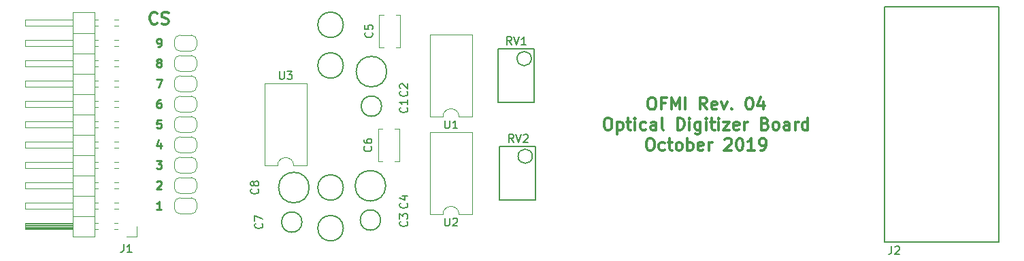
<source format=gbr>
G04 #@! TF.GenerationSoftware,KiCad,Pcbnew,(5.1.2)-1*
G04 #@! TF.CreationDate,2019-11-05T15:06:19-06:00*
G04 #@! TF.ProjectId,optical_digitizer,6f707469-6361-46c5-9f64-69676974697a,rev?*
G04 #@! TF.SameCoordinates,Original*
G04 #@! TF.FileFunction,Legend,Top*
G04 #@! TF.FilePolarity,Positive*
%FSLAX46Y46*%
G04 Gerber Fmt 4.6, Leading zero omitted, Abs format (unit mm)*
G04 Created by KiCad (PCBNEW (5.1.2)-1) date 2019-11-05 15:06:19*
%MOMM*%
%LPD*%
G04 APERTURE LIST*
%ADD10C,0.300000*%
%ADD11C,0.254000*%
%ADD12C,0.150000*%
%ADD13C,0.120000*%
%ADD14C,0.200000*%
%ADD15C,0.149860*%
G04 APERTURE END LIST*
D10*
X148047142Y-132518571D02*
X148332857Y-132518571D01*
X148475714Y-132590000D01*
X148618571Y-132732857D01*
X148690000Y-133018571D01*
X148690000Y-133518571D01*
X148618571Y-133804285D01*
X148475714Y-133947142D01*
X148332857Y-134018571D01*
X148047142Y-134018571D01*
X147904285Y-133947142D01*
X147761428Y-133804285D01*
X147690000Y-133518571D01*
X147690000Y-133018571D01*
X147761428Y-132732857D01*
X147904285Y-132590000D01*
X148047142Y-132518571D01*
X149832857Y-133232857D02*
X149332857Y-133232857D01*
X149332857Y-134018571D02*
X149332857Y-132518571D01*
X150047142Y-132518571D01*
X150618571Y-134018571D02*
X150618571Y-132518571D01*
X151118571Y-133590000D01*
X151618571Y-132518571D01*
X151618571Y-134018571D01*
X152332857Y-134018571D02*
X152332857Y-132518571D01*
X155047142Y-134018571D02*
X154547142Y-133304285D01*
X154190000Y-134018571D02*
X154190000Y-132518571D01*
X154761428Y-132518571D01*
X154904285Y-132590000D01*
X154975714Y-132661428D01*
X155047142Y-132804285D01*
X155047142Y-133018571D01*
X154975714Y-133161428D01*
X154904285Y-133232857D01*
X154761428Y-133304285D01*
X154190000Y-133304285D01*
X156261428Y-133947142D02*
X156118571Y-134018571D01*
X155832857Y-134018571D01*
X155690000Y-133947142D01*
X155618571Y-133804285D01*
X155618571Y-133232857D01*
X155690000Y-133090000D01*
X155832857Y-133018571D01*
X156118571Y-133018571D01*
X156261428Y-133090000D01*
X156332857Y-133232857D01*
X156332857Y-133375714D01*
X155618571Y-133518571D01*
X156832857Y-133018571D02*
X157190000Y-134018571D01*
X157547142Y-133018571D01*
X158118571Y-133875714D02*
X158190000Y-133947142D01*
X158118571Y-134018571D01*
X158047142Y-133947142D01*
X158118571Y-133875714D01*
X158118571Y-134018571D01*
X160261428Y-132518571D02*
X160404285Y-132518571D01*
X160547142Y-132590000D01*
X160618571Y-132661428D01*
X160690000Y-132804285D01*
X160761428Y-133090000D01*
X160761428Y-133447142D01*
X160690000Y-133732857D01*
X160618571Y-133875714D01*
X160547142Y-133947142D01*
X160404285Y-134018571D01*
X160261428Y-134018571D01*
X160118571Y-133947142D01*
X160047142Y-133875714D01*
X159975714Y-133732857D01*
X159904285Y-133447142D01*
X159904285Y-133090000D01*
X159975714Y-132804285D01*
X160047142Y-132661428D01*
X160118571Y-132590000D01*
X160261428Y-132518571D01*
X162047142Y-133018571D02*
X162047142Y-134018571D01*
X161690000Y-132447142D02*
X161332857Y-133518571D01*
X162261428Y-133518571D01*
X142582857Y-135068571D02*
X142868571Y-135068571D01*
X143011428Y-135140000D01*
X143154285Y-135282857D01*
X143225714Y-135568571D01*
X143225714Y-136068571D01*
X143154285Y-136354285D01*
X143011428Y-136497142D01*
X142868571Y-136568571D01*
X142582857Y-136568571D01*
X142440000Y-136497142D01*
X142297142Y-136354285D01*
X142225714Y-136068571D01*
X142225714Y-135568571D01*
X142297142Y-135282857D01*
X142440000Y-135140000D01*
X142582857Y-135068571D01*
X143868571Y-135568571D02*
X143868571Y-137068571D01*
X143868571Y-135640000D02*
X144011428Y-135568571D01*
X144297142Y-135568571D01*
X144440000Y-135640000D01*
X144511428Y-135711428D01*
X144582857Y-135854285D01*
X144582857Y-136282857D01*
X144511428Y-136425714D01*
X144440000Y-136497142D01*
X144297142Y-136568571D01*
X144011428Y-136568571D01*
X143868571Y-136497142D01*
X145011428Y-135568571D02*
X145582857Y-135568571D01*
X145225714Y-135068571D02*
X145225714Y-136354285D01*
X145297142Y-136497142D01*
X145440000Y-136568571D01*
X145582857Y-136568571D01*
X146082857Y-136568571D02*
X146082857Y-135568571D01*
X146082857Y-135068571D02*
X146011428Y-135140000D01*
X146082857Y-135211428D01*
X146154285Y-135140000D01*
X146082857Y-135068571D01*
X146082857Y-135211428D01*
X147440000Y-136497142D02*
X147297142Y-136568571D01*
X147011428Y-136568571D01*
X146868571Y-136497142D01*
X146797142Y-136425714D01*
X146725714Y-136282857D01*
X146725714Y-135854285D01*
X146797142Y-135711428D01*
X146868571Y-135640000D01*
X147011428Y-135568571D01*
X147297142Y-135568571D01*
X147440000Y-135640000D01*
X148725714Y-136568571D02*
X148725714Y-135782857D01*
X148654285Y-135640000D01*
X148511428Y-135568571D01*
X148225714Y-135568571D01*
X148082857Y-135640000D01*
X148725714Y-136497142D02*
X148582857Y-136568571D01*
X148225714Y-136568571D01*
X148082857Y-136497142D01*
X148011428Y-136354285D01*
X148011428Y-136211428D01*
X148082857Y-136068571D01*
X148225714Y-135997142D01*
X148582857Y-135997142D01*
X148725714Y-135925714D01*
X149654285Y-136568571D02*
X149511428Y-136497142D01*
X149440000Y-136354285D01*
X149440000Y-135068571D01*
X151368571Y-136568571D02*
X151368571Y-135068571D01*
X151725714Y-135068571D01*
X151940000Y-135140000D01*
X152082857Y-135282857D01*
X152154285Y-135425714D01*
X152225714Y-135711428D01*
X152225714Y-135925714D01*
X152154285Y-136211428D01*
X152082857Y-136354285D01*
X151940000Y-136497142D01*
X151725714Y-136568571D01*
X151368571Y-136568571D01*
X152868571Y-136568571D02*
X152868571Y-135568571D01*
X152868571Y-135068571D02*
X152797142Y-135140000D01*
X152868571Y-135211428D01*
X152940000Y-135140000D01*
X152868571Y-135068571D01*
X152868571Y-135211428D01*
X154225714Y-135568571D02*
X154225714Y-136782857D01*
X154154285Y-136925714D01*
X154082857Y-136997142D01*
X153940000Y-137068571D01*
X153725714Y-137068571D01*
X153582857Y-136997142D01*
X154225714Y-136497142D02*
X154082857Y-136568571D01*
X153797142Y-136568571D01*
X153654285Y-136497142D01*
X153582857Y-136425714D01*
X153511428Y-136282857D01*
X153511428Y-135854285D01*
X153582857Y-135711428D01*
X153654285Y-135640000D01*
X153797142Y-135568571D01*
X154082857Y-135568571D01*
X154225714Y-135640000D01*
X154940000Y-136568571D02*
X154940000Y-135568571D01*
X154940000Y-135068571D02*
X154868571Y-135140000D01*
X154940000Y-135211428D01*
X155011428Y-135140000D01*
X154940000Y-135068571D01*
X154940000Y-135211428D01*
X155440000Y-135568571D02*
X156011428Y-135568571D01*
X155654285Y-135068571D02*
X155654285Y-136354285D01*
X155725714Y-136497142D01*
X155868571Y-136568571D01*
X156011428Y-136568571D01*
X156511428Y-136568571D02*
X156511428Y-135568571D01*
X156511428Y-135068571D02*
X156440000Y-135140000D01*
X156511428Y-135211428D01*
X156582857Y-135140000D01*
X156511428Y-135068571D01*
X156511428Y-135211428D01*
X157082857Y-135568571D02*
X157868571Y-135568571D01*
X157082857Y-136568571D01*
X157868571Y-136568571D01*
X159011428Y-136497142D02*
X158868571Y-136568571D01*
X158582857Y-136568571D01*
X158440000Y-136497142D01*
X158368571Y-136354285D01*
X158368571Y-135782857D01*
X158440000Y-135640000D01*
X158582857Y-135568571D01*
X158868571Y-135568571D01*
X159011428Y-135640000D01*
X159082857Y-135782857D01*
X159082857Y-135925714D01*
X158368571Y-136068571D01*
X159725714Y-136568571D02*
X159725714Y-135568571D01*
X159725714Y-135854285D02*
X159797142Y-135711428D01*
X159868571Y-135640000D01*
X160011428Y-135568571D01*
X160154285Y-135568571D01*
X162297142Y-135782857D02*
X162511428Y-135854285D01*
X162582857Y-135925714D01*
X162654285Y-136068571D01*
X162654285Y-136282857D01*
X162582857Y-136425714D01*
X162511428Y-136497142D01*
X162368571Y-136568571D01*
X161797142Y-136568571D01*
X161797142Y-135068571D01*
X162297142Y-135068571D01*
X162440000Y-135140000D01*
X162511428Y-135211428D01*
X162582857Y-135354285D01*
X162582857Y-135497142D01*
X162511428Y-135640000D01*
X162440000Y-135711428D01*
X162297142Y-135782857D01*
X161797142Y-135782857D01*
X163511428Y-136568571D02*
X163368571Y-136497142D01*
X163297142Y-136425714D01*
X163225714Y-136282857D01*
X163225714Y-135854285D01*
X163297142Y-135711428D01*
X163368571Y-135640000D01*
X163511428Y-135568571D01*
X163725714Y-135568571D01*
X163868571Y-135640000D01*
X163940000Y-135711428D01*
X164011428Y-135854285D01*
X164011428Y-136282857D01*
X163940000Y-136425714D01*
X163868571Y-136497142D01*
X163725714Y-136568571D01*
X163511428Y-136568571D01*
X165297142Y-136568571D02*
X165297142Y-135782857D01*
X165225714Y-135640000D01*
X165082857Y-135568571D01*
X164797142Y-135568571D01*
X164654285Y-135640000D01*
X165297142Y-136497142D02*
X165154285Y-136568571D01*
X164797142Y-136568571D01*
X164654285Y-136497142D01*
X164582857Y-136354285D01*
X164582857Y-136211428D01*
X164654285Y-136068571D01*
X164797142Y-135997142D01*
X165154285Y-135997142D01*
X165297142Y-135925714D01*
X166011428Y-136568571D02*
X166011428Y-135568571D01*
X166011428Y-135854285D02*
X166082857Y-135711428D01*
X166154285Y-135640000D01*
X166297142Y-135568571D01*
X166440000Y-135568571D01*
X167582857Y-136568571D02*
X167582857Y-135068571D01*
X167582857Y-136497142D02*
X167440000Y-136568571D01*
X167154285Y-136568571D01*
X167011428Y-136497142D01*
X166940000Y-136425714D01*
X166868571Y-136282857D01*
X166868571Y-135854285D01*
X166940000Y-135711428D01*
X167011428Y-135640000D01*
X167154285Y-135568571D01*
X167440000Y-135568571D01*
X167582857Y-135640000D01*
X147832857Y-137618571D02*
X148118571Y-137618571D01*
X148261428Y-137690000D01*
X148404285Y-137832857D01*
X148475714Y-138118571D01*
X148475714Y-138618571D01*
X148404285Y-138904285D01*
X148261428Y-139047142D01*
X148118571Y-139118571D01*
X147832857Y-139118571D01*
X147690000Y-139047142D01*
X147547142Y-138904285D01*
X147475714Y-138618571D01*
X147475714Y-138118571D01*
X147547142Y-137832857D01*
X147690000Y-137690000D01*
X147832857Y-137618571D01*
X149761428Y-139047142D02*
X149618571Y-139118571D01*
X149332857Y-139118571D01*
X149190000Y-139047142D01*
X149118571Y-138975714D01*
X149047142Y-138832857D01*
X149047142Y-138404285D01*
X149118571Y-138261428D01*
X149190000Y-138190000D01*
X149332857Y-138118571D01*
X149618571Y-138118571D01*
X149761428Y-138190000D01*
X150190000Y-138118571D02*
X150761428Y-138118571D01*
X150404285Y-137618571D02*
X150404285Y-138904285D01*
X150475714Y-139047142D01*
X150618571Y-139118571D01*
X150761428Y-139118571D01*
X151475714Y-139118571D02*
X151332857Y-139047142D01*
X151261428Y-138975714D01*
X151190000Y-138832857D01*
X151190000Y-138404285D01*
X151261428Y-138261428D01*
X151332857Y-138190000D01*
X151475714Y-138118571D01*
X151690000Y-138118571D01*
X151832857Y-138190000D01*
X151904285Y-138261428D01*
X151975714Y-138404285D01*
X151975714Y-138832857D01*
X151904285Y-138975714D01*
X151832857Y-139047142D01*
X151690000Y-139118571D01*
X151475714Y-139118571D01*
X152618571Y-139118571D02*
X152618571Y-137618571D01*
X152618571Y-138190000D02*
X152761428Y-138118571D01*
X153047142Y-138118571D01*
X153190000Y-138190000D01*
X153261428Y-138261428D01*
X153332857Y-138404285D01*
X153332857Y-138832857D01*
X153261428Y-138975714D01*
X153190000Y-139047142D01*
X153047142Y-139118571D01*
X152761428Y-139118571D01*
X152618571Y-139047142D01*
X154547142Y-139047142D02*
X154404285Y-139118571D01*
X154118571Y-139118571D01*
X153975714Y-139047142D01*
X153904285Y-138904285D01*
X153904285Y-138332857D01*
X153975714Y-138190000D01*
X154118571Y-138118571D01*
X154404285Y-138118571D01*
X154547142Y-138190000D01*
X154618571Y-138332857D01*
X154618571Y-138475714D01*
X153904285Y-138618571D01*
X155261428Y-139118571D02*
X155261428Y-138118571D01*
X155261428Y-138404285D02*
X155332857Y-138261428D01*
X155404285Y-138190000D01*
X155547142Y-138118571D01*
X155690000Y-138118571D01*
X157261428Y-137761428D02*
X157332857Y-137690000D01*
X157475714Y-137618571D01*
X157832857Y-137618571D01*
X157975714Y-137690000D01*
X158047142Y-137761428D01*
X158118571Y-137904285D01*
X158118571Y-138047142D01*
X158047142Y-138261428D01*
X157190000Y-139118571D01*
X158118571Y-139118571D01*
X159047142Y-137618571D02*
X159190000Y-137618571D01*
X159332857Y-137690000D01*
X159404285Y-137761428D01*
X159475714Y-137904285D01*
X159547142Y-138190000D01*
X159547142Y-138547142D01*
X159475714Y-138832857D01*
X159404285Y-138975714D01*
X159332857Y-139047142D01*
X159190000Y-139118571D01*
X159047142Y-139118571D01*
X158904285Y-139047142D01*
X158832857Y-138975714D01*
X158761428Y-138832857D01*
X158690000Y-138547142D01*
X158690000Y-138190000D01*
X158761428Y-137904285D01*
X158832857Y-137761428D01*
X158904285Y-137690000D01*
X159047142Y-137618571D01*
X160975714Y-139118571D02*
X160118571Y-139118571D01*
X160547142Y-139118571D02*
X160547142Y-137618571D01*
X160404285Y-137832857D01*
X160261428Y-137975714D01*
X160118571Y-138047142D01*
X161690000Y-139118571D02*
X161975714Y-139118571D01*
X162118571Y-139047142D01*
X162190000Y-138975714D01*
X162332857Y-138761428D01*
X162404285Y-138475714D01*
X162404285Y-137904285D01*
X162332857Y-137761428D01*
X162261428Y-137690000D01*
X162118571Y-137618571D01*
X161832857Y-137618571D01*
X161690000Y-137690000D01*
X161618571Y-137761428D01*
X161547142Y-137904285D01*
X161547142Y-138261428D01*
X161618571Y-138404285D01*
X161690000Y-138475714D01*
X161832857Y-138547142D01*
X162118571Y-138547142D01*
X162261428Y-138475714D01*
X162332857Y-138404285D01*
X162404285Y-138261428D01*
D11*
X87158285Y-146509619D02*
X86577714Y-146509619D01*
X86868000Y-146509619D02*
X86868000Y-145493619D01*
X86771238Y-145638761D01*
X86674476Y-145735523D01*
X86577714Y-145783904D01*
X86577714Y-143050380D02*
X86626095Y-143002000D01*
X86722857Y-142953619D01*
X86964761Y-142953619D01*
X87061523Y-143002000D01*
X87109904Y-143050380D01*
X87158285Y-143147142D01*
X87158285Y-143243904D01*
X87109904Y-143389047D01*
X86529333Y-143969619D01*
X87158285Y-143969619D01*
X86529333Y-140413619D02*
X87158285Y-140413619D01*
X86819619Y-140800666D01*
X86964761Y-140800666D01*
X87061523Y-140849047D01*
X87109904Y-140897428D01*
X87158285Y-140994190D01*
X87158285Y-141236095D01*
X87109904Y-141332857D01*
X87061523Y-141381238D01*
X86964761Y-141429619D01*
X86674476Y-141429619D01*
X86577714Y-141381238D01*
X86529333Y-141332857D01*
X87061523Y-138212285D02*
X87061523Y-138889619D01*
X86819619Y-137825238D02*
X86577714Y-138550952D01*
X87206666Y-138550952D01*
X87109904Y-135333619D02*
X86626095Y-135333619D01*
X86577714Y-135817428D01*
X86626095Y-135769047D01*
X86722857Y-135720666D01*
X86964761Y-135720666D01*
X87061523Y-135769047D01*
X87109904Y-135817428D01*
X87158285Y-135914190D01*
X87158285Y-136156095D01*
X87109904Y-136252857D01*
X87061523Y-136301238D01*
X86964761Y-136349619D01*
X86722857Y-136349619D01*
X86626095Y-136301238D01*
X86577714Y-136252857D01*
X87061523Y-132793619D02*
X86868000Y-132793619D01*
X86771238Y-132842000D01*
X86722857Y-132890380D01*
X86626095Y-133035523D01*
X86577714Y-133229047D01*
X86577714Y-133616095D01*
X86626095Y-133712857D01*
X86674476Y-133761238D01*
X86771238Y-133809619D01*
X86964761Y-133809619D01*
X87061523Y-133761238D01*
X87109904Y-133712857D01*
X87158285Y-133616095D01*
X87158285Y-133374190D01*
X87109904Y-133277428D01*
X87061523Y-133229047D01*
X86964761Y-133180666D01*
X86771238Y-133180666D01*
X86674476Y-133229047D01*
X86626095Y-133277428D01*
X86577714Y-133374190D01*
X86529333Y-130253619D02*
X87206666Y-130253619D01*
X86771238Y-131269619D01*
X86771238Y-128149047D02*
X86674476Y-128100666D01*
X86626095Y-128052285D01*
X86577714Y-127955523D01*
X86577714Y-127907142D01*
X86626095Y-127810380D01*
X86674476Y-127762000D01*
X86771238Y-127713619D01*
X86964761Y-127713619D01*
X87061523Y-127762000D01*
X87109904Y-127810380D01*
X87158285Y-127907142D01*
X87158285Y-127955523D01*
X87109904Y-128052285D01*
X87061523Y-128100666D01*
X86964761Y-128149047D01*
X86771238Y-128149047D01*
X86674476Y-128197428D01*
X86626095Y-128245809D01*
X86577714Y-128342571D01*
X86577714Y-128536095D01*
X86626095Y-128632857D01*
X86674476Y-128681238D01*
X86771238Y-128729619D01*
X86964761Y-128729619D01*
X87061523Y-128681238D01*
X87109904Y-128632857D01*
X87158285Y-128536095D01*
X87158285Y-128342571D01*
X87109904Y-128245809D01*
X87061523Y-128197428D01*
X86964761Y-128149047D01*
X86674476Y-126189619D02*
X86868000Y-126189619D01*
X86964761Y-126141238D01*
X87013142Y-126092857D01*
X87109904Y-125947714D01*
X87158285Y-125754190D01*
X87158285Y-125367142D01*
X87109904Y-125270380D01*
X87061523Y-125222000D01*
X86964761Y-125173619D01*
X86771238Y-125173619D01*
X86674476Y-125222000D01*
X86626095Y-125270380D01*
X86577714Y-125367142D01*
X86577714Y-125609047D01*
X86626095Y-125705809D01*
X86674476Y-125754190D01*
X86771238Y-125802571D01*
X86964761Y-125802571D01*
X87061523Y-125754190D01*
X87109904Y-125705809D01*
X87158285Y-125609047D01*
D10*
X86618000Y-123217714D02*
X86546571Y-123289142D01*
X86332285Y-123360571D01*
X86189428Y-123360571D01*
X85975142Y-123289142D01*
X85832285Y-123146285D01*
X85760857Y-123003428D01*
X85689428Y-122717714D01*
X85689428Y-122503428D01*
X85760857Y-122217714D01*
X85832285Y-122074857D01*
X85975142Y-121932000D01*
X86189428Y-121860571D01*
X86332285Y-121860571D01*
X86546571Y-121932000D01*
X86618000Y-122003428D01*
X87189428Y-123289142D02*
X87403714Y-123360571D01*
X87760857Y-123360571D01*
X87903714Y-123289142D01*
X87975142Y-123217714D01*
X88046571Y-123074857D01*
X88046571Y-122932000D01*
X87975142Y-122789142D01*
X87903714Y-122717714D01*
X87760857Y-122646285D01*
X87475142Y-122574857D01*
X87332285Y-122503428D01*
X87260857Y-122432000D01*
X87189428Y-122289142D01*
X87189428Y-122146285D01*
X87260857Y-122003428D01*
X87332285Y-121932000D01*
X87475142Y-121860571D01*
X87832285Y-121860571D01*
X88046571Y-121932000D01*
D12*
X114554000Y-133604000D02*
G75*
G03X114554000Y-133604000I-1270000J0D01*
G01*
X115189000Y-129286000D02*
G75*
G03X115189000Y-129286000I-1905000J0D01*
G01*
X114427000Y-147828000D02*
G75*
G03X114427000Y-147828000I-1270000J0D01*
G01*
X115062000Y-143546001D02*
G75*
G03X115062000Y-143546001I-1905000J0D01*
G01*
D13*
X114260000Y-126286000D02*
X114260000Y-122166000D01*
X116880000Y-126286000D02*
X116880000Y-122166000D01*
X114260000Y-126286000D02*
X114820000Y-126286000D01*
X116320000Y-126286000D02*
X116880000Y-126286000D01*
X114260000Y-122166000D02*
X114820000Y-122166000D01*
X116320000Y-122166000D02*
X116880000Y-122166000D01*
X116193000Y-136390000D02*
X116753000Y-136390000D01*
X114133000Y-136390000D02*
X114693000Y-136390000D01*
X116193000Y-140510000D02*
X116753000Y-140510000D01*
X114133000Y-140510000D02*
X114693000Y-140510000D01*
X116753000Y-140510000D02*
X116753000Y-136390000D01*
X114133000Y-140510000D02*
X114133000Y-136390000D01*
D12*
X104648000Y-148082000D02*
G75*
G03X104648000Y-148082000I-1270000J0D01*
G01*
X105537000Y-143764000D02*
G75*
G03X105537000Y-143764000I-1905000J0D01*
G01*
D13*
X84074000Y-149860000D02*
X82804000Y-149860000D01*
X84074000Y-148590000D02*
X84074000Y-149860000D01*
X81761071Y-122810000D02*
X81306929Y-122810000D01*
X81761071Y-123570000D02*
X81306929Y-123570000D01*
X79221071Y-122810000D02*
X78824000Y-122810000D01*
X79221071Y-123570000D02*
X78824000Y-123570000D01*
X70164000Y-122810000D02*
X76164000Y-122810000D01*
X70164000Y-123570000D02*
X70164000Y-122810000D01*
X76164000Y-123570000D02*
X70164000Y-123570000D01*
X78824000Y-124460000D02*
X76164000Y-124460000D01*
X81761071Y-125350000D02*
X81306929Y-125350000D01*
X81761071Y-126110000D02*
X81306929Y-126110000D01*
X79221071Y-125350000D02*
X78824000Y-125350000D01*
X79221071Y-126110000D02*
X78824000Y-126110000D01*
X70164000Y-125350000D02*
X76164000Y-125350000D01*
X70164000Y-126110000D02*
X70164000Y-125350000D01*
X76164000Y-126110000D02*
X70164000Y-126110000D01*
X78824000Y-127000000D02*
X76164000Y-127000000D01*
X81761071Y-127890000D02*
X81306929Y-127890000D01*
X81761071Y-128650000D02*
X81306929Y-128650000D01*
X79221071Y-127890000D02*
X78824000Y-127890000D01*
X79221071Y-128650000D02*
X78824000Y-128650000D01*
X70164000Y-127890000D02*
X76164000Y-127890000D01*
X70164000Y-128650000D02*
X70164000Y-127890000D01*
X76164000Y-128650000D02*
X70164000Y-128650000D01*
X78824000Y-129540000D02*
X76164000Y-129540000D01*
X81761071Y-130430000D02*
X81306929Y-130430000D01*
X81761071Y-131190000D02*
X81306929Y-131190000D01*
X79221071Y-130430000D02*
X78824000Y-130430000D01*
X79221071Y-131190000D02*
X78824000Y-131190000D01*
X70164000Y-130430000D02*
X76164000Y-130430000D01*
X70164000Y-131190000D02*
X70164000Y-130430000D01*
X76164000Y-131190000D02*
X70164000Y-131190000D01*
X78824000Y-132080000D02*
X76164000Y-132080000D01*
X81761071Y-132970000D02*
X81306929Y-132970000D01*
X81761071Y-133730000D02*
X81306929Y-133730000D01*
X79221071Y-132970000D02*
X78824000Y-132970000D01*
X79221071Y-133730000D02*
X78824000Y-133730000D01*
X70164000Y-132970000D02*
X76164000Y-132970000D01*
X70164000Y-133730000D02*
X70164000Y-132970000D01*
X76164000Y-133730000D02*
X70164000Y-133730000D01*
X78824000Y-134620000D02*
X76164000Y-134620000D01*
X81761071Y-135510000D02*
X81306929Y-135510000D01*
X81761071Y-136270000D02*
X81306929Y-136270000D01*
X79221071Y-135510000D02*
X78824000Y-135510000D01*
X79221071Y-136270000D02*
X78824000Y-136270000D01*
X70164000Y-135510000D02*
X76164000Y-135510000D01*
X70164000Y-136270000D02*
X70164000Y-135510000D01*
X76164000Y-136270000D02*
X70164000Y-136270000D01*
X78824000Y-137160000D02*
X76164000Y-137160000D01*
X81761071Y-138050000D02*
X81306929Y-138050000D01*
X81761071Y-138810000D02*
X81306929Y-138810000D01*
X79221071Y-138050000D02*
X78824000Y-138050000D01*
X79221071Y-138810000D02*
X78824000Y-138810000D01*
X70164000Y-138050000D02*
X76164000Y-138050000D01*
X70164000Y-138810000D02*
X70164000Y-138050000D01*
X76164000Y-138810000D02*
X70164000Y-138810000D01*
X78824000Y-139700000D02*
X76164000Y-139700000D01*
X81761071Y-140590000D02*
X81306929Y-140590000D01*
X81761071Y-141350000D02*
X81306929Y-141350000D01*
X79221071Y-140590000D02*
X78824000Y-140590000D01*
X79221071Y-141350000D02*
X78824000Y-141350000D01*
X70164000Y-140590000D02*
X76164000Y-140590000D01*
X70164000Y-141350000D02*
X70164000Y-140590000D01*
X76164000Y-141350000D02*
X70164000Y-141350000D01*
X78824000Y-142240000D02*
X76164000Y-142240000D01*
X81761071Y-143130000D02*
X81306929Y-143130000D01*
X81761071Y-143890000D02*
X81306929Y-143890000D01*
X79221071Y-143130000D02*
X78824000Y-143130000D01*
X79221071Y-143890000D02*
X78824000Y-143890000D01*
X70164000Y-143130000D02*
X76164000Y-143130000D01*
X70164000Y-143890000D02*
X70164000Y-143130000D01*
X76164000Y-143890000D02*
X70164000Y-143890000D01*
X78824000Y-144780000D02*
X76164000Y-144780000D01*
X81761071Y-145670000D02*
X81306929Y-145670000D01*
X81761071Y-146430000D02*
X81306929Y-146430000D01*
X79221071Y-145670000D02*
X78824000Y-145670000D01*
X79221071Y-146430000D02*
X78824000Y-146430000D01*
X70164000Y-145670000D02*
X76164000Y-145670000D01*
X70164000Y-146430000D02*
X70164000Y-145670000D01*
X76164000Y-146430000D02*
X70164000Y-146430000D01*
X78824000Y-147320000D02*
X76164000Y-147320000D01*
X81694000Y-148210000D02*
X81306929Y-148210000D01*
X81694000Y-148970000D02*
X81306929Y-148970000D01*
X79221071Y-148210000D02*
X78824000Y-148210000D01*
X79221071Y-148970000D02*
X78824000Y-148970000D01*
X76164000Y-148310000D02*
X70164000Y-148310000D01*
X76164000Y-148430000D02*
X70164000Y-148430000D01*
X76164000Y-148550000D02*
X70164000Y-148550000D01*
X76164000Y-148670000D02*
X70164000Y-148670000D01*
X76164000Y-148790000D02*
X70164000Y-148790000D01*
X76164000Y-148910000D02*
X70164000Y-148910000D01*
X70164000Y-148210000D02*
X76164000Y-148210000D01*
X70164000Y-148970000D02*
X70164000Y-148210000D01*
X76164000Y-148970000D02*
X70164000Y-148970000D01*
X76164000Y-149920000D02*
X78824000Y-149920000D01*
X76164000Y-121860000D02*
X76164000Y-149920000D01*
X78824000Y-121860000D02*
X76164000Y-121860000D01*
X78824000Y-149920000D02*
X78824000Y-121860000D01*
X90870000Y-147050000D02*
X89470000Y-147050000D01*
X88770000Y-146350000D02*
X88770000Y-145750000D01*
X89470000Y-145050000D02*
X90870000Y-145050000D01*
X91570000Y-145750000D02*
X91570000Y-146350000D01*
X91570000Y-146350000D02*
G75*
G02X90870000Y-147050000I-700000J0D01*
G01*
X90870000Y-145050000D02*
G75*
G02X91570000Y-145750000I0J-700000D01*
G01*
X88770000Y-145750000D02*
G75*
G02X89470000Y-145050000I700000J0D01*
G01*
X89470000Y-147050000D02*
G75*
G02X88770000Y-146350000I0J700000D01*
G01*
X89470000Y-144510000D02*
G75*
G02X88770000Y-143810000I0J700000D01*
G01*
X88770000Y-143210000D02*
G75*
G02X89470000Y-142510000I700000J0D01*
G01*
X90870000Y-142510000D02*
G75*
G02X91570000Y-143210000I0J-700000D01*
G01*
X91570000Y-143810000D02*
G75*
G02X90870000Y-144510000I-700000J0D01*
G01*
X91570000Y-143210000D02*
X91570000Y-143810000D01*
X89470000Y-142510000D02*
X90870000Y-142510000D01*
X88770000Y-143810000D02*
X88770000Y-143210000D01*
X90870000Y-144510000D02*
X89470000Y-144510000D01*
X90870000Y-141970000D02*
X89470000Y-141970000D01*
X88770000Y-141270000D02*
X88770000Y-140670000D01*
X89470000Y-139970000D02*
X90870000Y-139970000D01*
X91570000Y-140670000D02*
X91570000Y-141270000D01*
X91570000Y-141270000D02*
G75*
G02X90870000Y-141970000I-700000J0D01*
G01*
X90870000Y-139970000D02*
G75*
G02X91570000Y-140670000I0J-700000D01*
G01*
X88770000Y-140670000D02*
G75*
G02X89470000Y-139970000I700000J0D01*
G01*
X89470000Y-141970000D02*
G75*
G02X88770000Y-141270000I0J700000D01*
G01*
X89470000Y-139430000D02*
G75*
G02X88770000Y-138730000I0J700000D01*
G01*
X88770000Y-138130000D02*
G75*
G02X89470000Y-137430000I700000J0D01*
G01*
X90870000Y-137430000D02*
G75*
G02X91570000Y-138130000I0J-700000D01*
G01*
X91570000Y-138730000D02*
G75*
G02X90870000Y-139430000I-700000J0D01*
G01*
X91570000Y-138130000D02*
X91570000Y-138730000D01*
X89470000Y-137430000D02*
X90870000Y-137430000D01*
X88770000Y-138730000D02*
X88770000Y-138130000D01*
X90870000Y-139430000D02*
X89470000Y-139430000D01*
X90870000Y-136890000D02*
X89470000Y-136890000D01*
X88770000Y-136190000D02*
X88770000Y-135590000D01*
X89470000Y-134890000D02*
X90870000Y-134890000D01*
X91570000Y-135590000D02*
X91570000Y-136190000D01*
X91570000Y-136190000D02*
G75*
G02X90870000Y-136890000I-700000J0D01*
G01*
X90870000Y-134890000D02*
G75*
G02X91570000Y-135590000I0J-700000D01*
G01*
X88770000Y-135590000D02*
G75*
G02X89470000Y-134890000I700000J0D01*
G01*
X89470000Y-136890000D02*
G75*
G02X88770000Y-136190000I0J700000D01*
G01*
X89470000Y-134350000D02*
G75*
G02X88770000Y-133650000I0J700000D01*
G01*
X88770000Y-133050000D02*
G75*
G02X89470000Y-132350000I700000J0D01*
G01*
X90870000Y-132350000D02*
G75*
G02X91570000Y-133050000I0J-700000D01*
G01*
X91570000Y-133650000D02*
G75*
G02X90870000Y-134350000I-700000J0D01*
G01*
X91570000Y-133050000D02*
X91570000Y-133650000D01*
X89470000Y-132350000D02*
X90870000Y-132350000D01*
X88770000Y-133650000D02*
X88770000Y-133050000D01*
X90870000Y-134350000D02*
X89470000Y-134350000D01*
X90870000Y-131810000D02*
X89470000Y-131810000D01*
X88770000Y-131110000D02*
X88770000Y-130510000D01*
X89470000Y-129810000D02*
X90870000Y-129810000D01*
X91570000Y-130510000D02*
X91570000Y-131110000D01*
X91570000Y-131110000D02*
G75*
G02X90870000Y-131810000I-700000J0D01*
G01*
X90870000Y-129810000D02*
G75*
G02X91570000Y-130510000I0J-700000D01*
G01*
X88770000Y-130510000D02*
G75*
G02X89470000Y-129810000I700000J0D01*
G01*
X89470000Y-131810000D02*
G75*
G02X88770000Y-131110000I0J700000D01*
G01*
X89470000Y-129270000D02*
G75*
G02X88770000Y-128570000I0J700000D01*
G01*
X88770000Y-127970000D02*
G75*
G02X89470000Y-127270000I700000J0D01*
G01*
X90870000Y-127270000D02*
G75*
G02X91570000Y-127970000I0J-700000D01*
G01*
X91570000Y-128570000D02*
G75*
G02X90870000Y-129270000I-700000J0D01*
G01*
X91570000Y-127970000D02*
X91570000Y-128570000D01*
X89470000Y-127270000D02*
X90870000Y-127270000D01*
X88770000Y-128570000D02*
X88770000Y-127970000D01*
X90870000Y-129270000D02*
X89470000Y-129270000D01*
X90870000Y-126730000D02*
X89470000Y-126730000D01*
X88770000Y-126030000D02*
X88770000Y-125430000D01*
X89470000Y-124730000D02*
X90870000Y-124730000D01*
X91570000Y-125430000D02*
X91570000Y-126030000D01*
X91570000Y-126030000D02*
G75*
G02X90870000Y-126730000I-700000J0D01*
G01*
X90870000Y-124730000D02*
G75*
G02X91570000Y-125430000I0J-700000D01*
G01*
X88770000Y-125430000D02*
G75*
G02X89470000Y-124730000I700000J0D01*
G01*
X89470000Y-126730000D02*
G75*
G02X88770000Y-126030000I0J700000D01*
G01*
D12*
X129068000Y-126444000D02*
X133568000Y-126444000D01*
X133568000Y-126444000D02*
X133568000Y-133144000D01*
X133568000Y-133144000D02*
X129068000Y-133144000D01*
X129068000Y-133144000D02*
X129068000Y-126444000D01*
X133188000Y-127664000D02*
G75*
G03X133188000Y-127664000I-890000J0D01*
G01*
X133315000Y-139856000D02*
G75*
G03X133315000Y-139856000I-890000J0D01*
G01*
X129195000Y-145336000D02*
X129195000Y-138636000D01*
X133695000Y-145336000D02*
X129195000Y-145336000D01*
X133695000Y-138636000D02*
X133695000Y-145336000D01*
X129195000Y-138636000D02*
X133695000Y-138636000D01*
X109794000Y-123444000D02*
G75*
G03X109794000Y-123444000I-1590000J0D01*
G01*
X109794000Y-148844000D02*
G75*
G03X109794000Y-148844000I-1590000J0D01*
G01*
X109794000Y-143764000D02*
G75*
G03X109794000Y-143764000I-1590000J0D01*
G01*
X109794000Y-128524000D02*
G75*
G03X109794000Y-128524000I-1590000J0D01*
G01*
D13*
X120540000Y-134934000D02*
X122190000Y-134934000D01*
X120540000Y-124654000D02*
X120540000Y-134934000D01*
X125840000Y-124654000D02*
X120540000Y-124654000D01*
X125840000Y-134934000D02*
X125840000Y-124654000D01*
X124190000Y-134934000D02*
X125840000Y-134934000D01*
X122190000Y-134934000D02*
G75*
G02X124190000Y-134934000I1000000J0D01*
G01*
X122190000Y-147126000D02*
G75*
G02X124190000Y-147126000I1000000J0D01*
G01*
X124190000Y-147126000D02*
X125840000Y-147126000D01*
X125840000Y-147126000D02*
X125840000Y-136846000D01*
X125840000Y-136846000D02*
X120540000Y-136846000D01*
X120540000Y-136846000D02*
X120540000Y-147126000D01*
X120540000Y-147126000D02*
X122190000Y-147126000D01*
X99966000Y-141030000D02*
X101616000Y-141030000D01*
X99966000Y-130750000D02*
X99966000Y-141030000D01*
X105266000Y-130750000D02*
X99966000Y-130750000D01*
X105266000Y-141030000D02*
X105266000Y-130750000D01*
X103616000Y-141030000D02*
X105266000Y-141030000D01*
X101616000Y-141030000D02*
G75*
G02X103616000Y-141030000I1000000J0D01*
G01*
D14*
X191395000Y-121216000D02*
X177100000Y-121216000D01*
X177100000Y-121216000D02*
X177100000Y-150564000D01*
X177100000Y-150564000D02*
X191395000Y-150564000D01*
X191395000Y-150564000D02*
X191395000Y-121216000D01*
D12*
X117705142Y-133770666D02*
X117752761Y-133818285D01*
X117800380Y-133961142D01*
X117800380Y-134056380D01*
X117752761Y-134199238D01*
X117657523Y-134294476D01*
X117562285Y-134342095D01*
X117371809Y-134389714D01*
X117228952Y-134389714D01*
X117038476Y-134342095D01*
X116943238Y-134294476D01*
X116848000Y-134199238D01*
X116800380Y-134056380D01*
X116800380Y-133961142D01*
X116848000Y-133818285D01*
X116895619Y-133770666D01*
X117800380Y-132818285D02*
X117800380Y-133389714D01*
X117800380Y-133104000D02*
X116800380Y-133104000D01*
X116943238Y-133199238D01*
X117038476Y-133294476D01*
X117086095Y-133389714D01*
X117705142Y-131738666D02*
X117752761Y-131786285D01*
X117800380Y-131929142D01*
X117800380Y-132024380D01*
X117752761Y-132167238D01*
X117657523Y-132262476D01*
X117562285Y-132310095D01*
X117371809Y-132357714D01*
X117228952Y-132357714D01*
X117038476Y-132310095D01*
X116943238Y-132262476D01*
X116848000Y-132167238D01*
X116800380Y-132024380D01*
X116800380Y-131929142D01*
X116848000Y-131786285D01*
X116895619Y-131738666D01*
X116895619Y-131357714D02*
X116848000Y-131310095D01*
X116800380Y-131214857D01*
X116800380Y-130976761D01*
X116848000Y-130881523D01*
X116895619Y-130833904D01*
X116990857Y-130786285D01*
X117086095Y-130786285D01*
X117228952Y-130833904D01*
X117800380Y-131405333D01*
X117800380Y-130786285D01*
X117705142Y-147994666D02*
X117752761Y-148042285D01*
X117800380Y-148185142D01*
X117800380Y-148280380D01*
X117752761Y-148423238D01*
X117657523Y-148518476D01*
X117562285Y-148566095D01*
X117371809Y-148613714D01*
X117228952Y-148613714D01*
X117038476Y-148566095D01*
X116943238Y-148518476D01*
X116848000Y-148423238D01*
X116800380Y-148280380D01*
X116800380Y-148185142D01*
X116848000Y-148042285D01*
X116895619Y-147994666D01*
X116800380Y-147661333D02*
X116800380Y-147042285D01*
X117181333Y-147375619D01*
X117181333Y-147232761D01*
X117228952Y-147137523D01*
X117276571Y-147089904D01*
X117371809Y-147042285D01*
X117609904Y-147042285D01*
X117705142Y-147089904D01*
X117752761Y-147137523D01*
X117800380Y-147232761D01*
X117800380Y-147518476D01*
X117752761Y-147613714D01*
X117705142Y-147661333D01*
X117705142Y-145708666D02*
X117752761Y-145756285D01*
X117800380Y-145899142D01*
X117800380Y-145994380D01*
X117752761Y-146137238D01*
X117657523Y-146232476D01*
X117562285Y-146280095D01*
X117371809Y-146327714D01*
X117228952Y-146327714D01*
X117038476Y-146280095D01*
X116943238Y-146232476D01*
X116848000Y-146137238D01*
X116800380Y-145994380D01*
X116800380Y-145899142D01*
X116848000Y-145756285D01*
X116895619Y-145708666D01*
X117133714Y-144851523D02*
X117800380Y-144851523D01*
X116752761Y-145089619D02*
X117467047Y-145327714D01*
X117467047Y-144708666D01*
X113367142Y-124392666D02*
X113414761Y-124440285D01*
X113462380Y-124583142D01*
X113462380Y-124678380D01*
X113414761Y-124821238D01*
X113319523Y-124916476D01*
X113224285Y-124964095D01*
X113033809Y-125011714D01*
X112890952Y-125011714D01*
X112700476Y-124964095D01*
X112605238Y-124916476D01*
X112510000Y-124821238D01*
X112462380Y-124678380D01*
X112462380Y-124583142D01*
X112510000Y-124440285D01*
X112557619Y-124392666D01*
X112462380Y-123487904D02*
X112462380Y-123964095D01*
X112938571Y-124011714D01*
X112890952Y-123964095D01*
X112843333Y-123868857D01*
X112843333Y-123630761D01*
X112890952Y-123535523D01*
X112938571Y-123487904D01*
X113033809Y-123440285D01*
X113271904Y-123440285D01*
X113367142Y-123487904D01*
X113414761Y-123535523D01*
X113462380Y-123630761D01*
X113462380Y-123868857D01*
X113414761Y-123964095D01*
X113367142Y-124011714D01*
X113240142Y-138616666D02*
X113287761Y-138664285D01*
X113335380Y-138807142D01*
X113335380Y-138902380D01*
X113287761Y-139045238D01*
X113192523Y-139140476D01*
X113097285Y-139188095D01*
X112906809Y-139235714D01*
X112763952Y-139235714D01*
X112573476Y-139188095D01*
X112478238Y-139140476D01*
X112383000Y-139045238D01*
X112335380Y-138902380D01*
X112335380Y-138807142D01*
X112383000Y-138664285D01*
X112430619Y-138616666D01*
X112335380Y-137759523D02*
X112335380Y-137950000D01*
X112383000Y-138045238D01*
X112430619Y-138092857D01*
X112573476Y-138188095D01*
X112763952Y-138235714D01*
X113144904Y-138235714D01*
X113240142Y-138188095D01*
X113287761Y-138140476D01*
X113335380Y-138045238D01*
X113335380Y-137854761D01*
X113287761Y-137759523D01*
X113240142Y-137711904D01*
X113144904Y-137664285D01*
X112906809Y-137664285D01*
X112811571Y-137711904D01*
X112763952Y-137759523D01*
X112716333Y-137854761D01*
X112716333Y-138045238D01*
X112763952Y-138140476D01*
X112811571Y-138188095D01*
X112906809Y-138235714D01*
X99671142Y-148248666D02*
X99718761Y-148296285D01*
X99766380Y-148439142D01*
X99766380Y-148534380D01*
X99718761Y-148677238D01*
X99623523Y-148772476D01*
X99528285Y-148820095D01*
X99337809Y-148867714D01*
X99194952Y-148867714D01*
X99004476Y-148820095D01*
X98909238Y-148772476D01*
X98814000Y-148677238D01*
X98766380Y-148534380D01*
X98766380Y-148439142D01*
X98814000Y-148296285D01*
X98861619Y-148248666D01*
X98766380Y-147915333D02*
X98766380Y-147248666D01*
X99766380Y-147677238D01*
X99163142Y-143930666D02*
X99210761Y-143978285D01*
X99258380Y-144121142D01*
X99258380Y-144216380D01*
X99210761Y-144359238D01*
X99115523Y-144454476D01*
X99020285Y-144502095D01*
X98829809Y-144549714D01*
X98686952Y-144549714D01*
X98496476Y-144502095D01*
X98401238Y-144454476D01*
X98306000Y-144359238D01*
X98258380Y-144216380D01*
X98258380Y-144121142D01*
X98306000Y-143978285D01*
X98353619Y-143930666D01*
X98686952Y-143359238D02*
X98639333Y-143454476D01*
X98591714Y-143502095D01*
X98496476Y-143549714D01*
X98448857Y-143549714D01*
X98353619Y-143502095D01*
X98306000Y-143454476D01*
X98258380Y-143359238D01*
X98258380Y-143168761D01*
X98306000Y-143073523D01*
X98353619Y-143025904D01*
X98448857Y-142978285D01*
X98496476Y-142978285D01*
X98591714Y-143025904D01*
X98639333Y-143073523D01*
X98686952Y-143168761D01*
X98686952Y-143359238D01*
X98734571Y-143454476D01*
X98782190Y-143502095D01*
X98877428Y-143549714D01*
X99067904Y-143549714D01*
X99163142Y-143502095D01*
X99210761Y-143454476D01*
X99258380Y-143359238D01*
X99258380Y-143168761D01*
X99210761Y-143073523D01*
X99163142Y-143025904D01*
X99067904Y-142978285D01*
X98877428Y-142978285D01*
X98782190Y-143025904D01*
X98734571Y-143073523D01*
X98686952Y-143168761D01*
X82470666Y-150836380D02*
X82470666Y-151550666D01*
X82423047Y-151693523D01*
X82327809Y-151788761D01*
X82184952Y-151836380D01*
X82089714Y-151836380D01*
X83470666Y-151836380D02*
X82899238Y-151836380D01*
X83184952Y-151836380D02*
X83184952Y-150836380D01*
X83089714Y-150979238D01*
X82994476Y-151074476D01*
X82899238Y-151122095D01*
X130722761Y-125928380D02*
X130389428Y-125452190D01*
X130151333Y-125928380D02*
X130151333Y-124928380D01*
X130532285Y-124928380D01*
X130627523Y-124976000D01*
X130675142Y-125023619D01*
X130722761Y-125118857D01*
X130722761Y-125261714D01*
X130675142Y-125356952D01*
X130627523Y-125404571D01*
X130532285Y-125452190D01*
X130151333Y-125452190D01*
X131008476Y-124928380D02*
X131341809Y-125928380D01*
X131675142Y-124928380D01*
X132532285Y-125928380D02*
X131960857Y-125928380D01*
X132246571Y-125928380D02*
X132246571Y-124928380D01*
X132151333Y-125071238D01*
X132056095Y-125166476D01*
X131960857Y-125214095D01*
X130976761Y-138120380D02*
X130643428Y-137644190D01*
X130405333Y-138120380D02*
X130405333Y-137120380D01*
X130786285Y-137120380D01*
X130881523Y-137168000D01*
X130929142Y-137215619D01*
X130976761Y-137310857D01*
X130976761Y-137453714D01*
X130929142Y-137548952D01*
X130881523Y-137596571D01*
X130786285Y-137644190D01*
X130405333Y-137644190D01*
X131262476Y-137120380D02*
X131595809Y-138120380D01*
X131929142Y-137120380D01*
X132214857Y-137215619D02*
X132262476Y-137168000D01*
X132357714Y-137120380D01*
X132595809Y-137120380D01*
X132691047Y-137168000D01*
X132738666Y-137215619D01*
X132786285Y-137310857D01*
X132786285Y-137406095D01*
X132738666Y-137548952D01*
X132167238Y-138120380D01*
X132786285Y-138120380D01*
X122428095Y-135386380D02*
X122428095Y-136195904D01*
X122475714Y-136291142D01*
X122523333Y-136338761D01*
X122618571Y-136386380D01*
X122809047Y-136386380D01*
X122904285Y-136338761D01*
X122951904Y-136291142D01*
X122999523Y-136195904D01*
X122999523Y-135386380D01*
X123999523Y-136386380D02*
X123428095Y-136386380D01*
X123713809Y-136386380D02*
X123713809Y-135386380D01*
X123618571Y-135529238D01*
X123523333Y-135624476D01*
X123428095Y-135672095D01*
X122428095Y-147578380D02*
X122428095Y-148387904D01*
X122475714Y-148483142D01*
X122523333Y-148530761D01*
X122618571Y-148578380D01*
X122809047Y-148578380D01*
X122904285Y-148530761D01*
X122951904Y-148483142D01*
X122999523Y-148387904D01*
X122999523Y-147578380D01*
X123428095Y-147673619D02*
X123475714Y-147626000D01*
X123570952Y-147578380D01*
X123809047Y-147578380D01*
X123904285Y-147626000D01*
X123951904Y-147673619D01*
X123999523Y-147768857D01*
X123999523Y-147864095D01*
X123951904Y-148006952D01*
X123380476Y-148578380D01*
X123999523Y-148578380D01*
X101854095Y-129246380D02*
X101854095Y-130055904D01*
X101901714Y-130151142D01*
X101949333Y-130198761D01*
X102044571Y-130246380D01*
X102235047Y-130246380D01*
X102330285Y-130198761D01*
X102377904Y-130151142D01*
X102425523Y-130055904D01*
X102425523Y-129246380D01*
X102806476Y-129246380D02*
X103425523Y-129246380D01*
X103092190Y-129627333D01*
X103235047Y-129627333D01*
X103330285Y-129674952D01*
X103377904Y-129722571D01*
X103425523Y-129817809D01*
X103425523Y-130055904D01*
X103377904Y-130151142D01*
X103330285Y-130198761D01*
X103235047Y-130246380D01*
X102949333Y-130246380D01*
X102854095Y-130198761D01*
X102806476Y-130151142D01*
D15*
X178011167Y-151090382D02*
X178011167Y-151804666D01*
X177963548Y-151947523D01*
X177868310Y-152042761D01*
X177725453Y-152090380D01*
X177630215Y-152090380D01*
X178439737Y-151185619D02*
X178487356Y-151138001D01*
X178582594Y-151090382D01*
X178820689Y-151090382D01*
X178915927Y-151138001D01*
X178963546Y-151185619D01*
X179011165Y-151280857D01*
X179011165Y-151376095D01*
X178963546Y-151518952D01*
X178392118Y-152090380D01*
X179011165Y-152090380D01*
M02*

</source>
